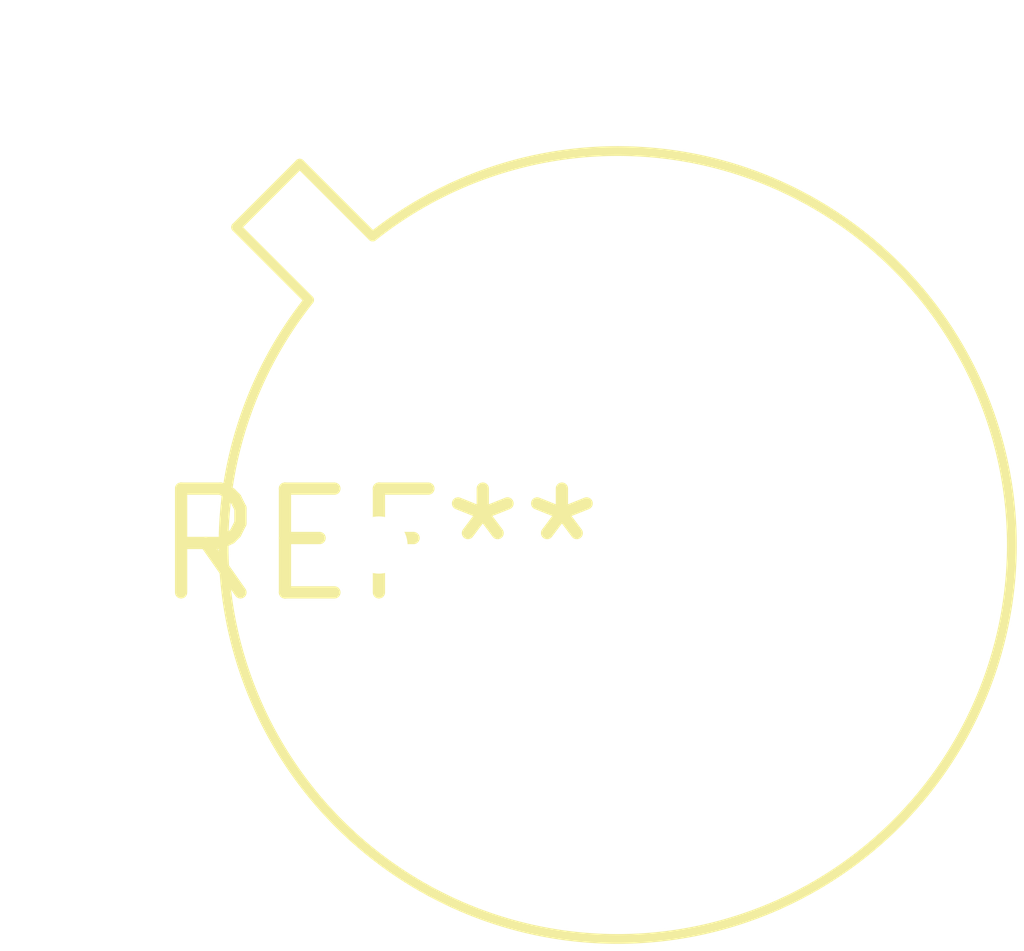
<source format=kicad_pcb>
(kicad_pcb (version 20240108) (generator pcbnew)
  (layers (0 "F.Cu" signal) (31 "B.Cu" signal) (34 "B.Paste" user) (35 "F.Paste" user) (36 "B.SilkS" user "B.Silkscreen") (37 "F.SilkS" user "F.Silkscreen") (38 "B.Mask" user) (39 "F.Mask" user) (44 "Edge.Cuts" user))
  (net 0 "")
  (footprint "TO-39-8" (layer "F.Cu") (at 0 0)
    (property "Reference" "REF**")
    (property "Value" "TO-39-8")
    (fp_line (start -1.745856 -3.888039) (end -0.854902 -2.997084) (layer "F.SilkS") (stroke (width 0.12)))
    (fp_line (start -0.968039 -4.665856) (end -1.745856 -3.888039) (layer "F.SilkS") (stroke (width 0.12)))
    (fp_line (start -0.077084 -3.774902) (end -0.968039 -4.665856) (layer "F.SilkS") (stroke (width 0.12)))
    (fp_arc (start -0.077084 -3.774902) (mid 6.328125 3.408384) (end -0.854674 -2.997371) (layer "F.SilkS") (stroke (width 0.12)))
    (pad "1" thru_hole oval (at 0 0) (size 1.6 1.2) (drill 0.7) (layers *.Cu *.Mask) (remove_unused_layers))
    (pad "2" thru_hole oval (at 0.855248 2.064752) (size 1.2 1.2) (drill 0.7) (layers *.Cu *.Mask) (remove_unused_layers))
    (pad "3" thru_hole oval (at 2.92 2.92) (size 1.2 1.2) (drill 0.7) (layers *.Cu *.Mask) (remove_unused_layers))
    (pad "4" thru_hole oval (at 4.984752 2.064752) (size 1.2 1.2) (drill 0.7) (layers *.Cu *.Mask) (remove_unused_layers))
    (pad "5" thru_hole oval (at 5.84 0) (size 1.2 1.2) (drill 0.7) (layers *.Cu *.Mask) (remove_unused_layers))
    (pad "6" thru_hole oval (at 4.984752 -2.064752) (size 1.2 1.2) (drill 0.7) (layers *.Cu *.Mask) (remove_unused_layers))
    (pad "7" thru_hole oval (at 2.92 -2.92) (size 1.2 1.2) (drill 0.7) (layers *.Cu *.Mask) (remove_unused_layers))
    (pad "8" thru_hole oval (at 0.855248 -2.064752) (size 1.2 1.2) (drill 0.7) (layers *.Cu *.Mask) (remove_unused_layers))
  )
)
</source>
